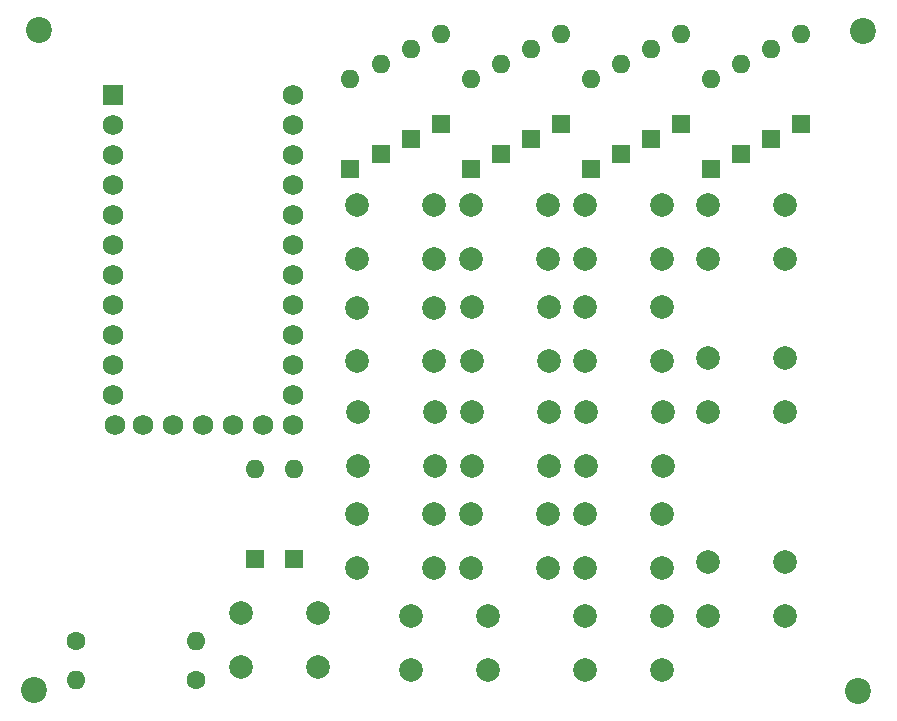
<source format=gbr>
%TF.GenerationSoftware,KiCad,Pcbnew,(6.0.9)*%
%TF.CreationDate,2022-12-07T13:58:04+00:00*%
%TF.ProjectId,PocketPad,506f636b-6574-4506-9164-2e6b69636164,rev?*%
%TF.SameCoordinates,Original*%
%TF.FileFunction,Soldermask,Bot*%
%TF.FilePolarity,Negative*%
%FSLAX46Y46*%
G04 Gerber Fmt 4.6, Leading zero omitted, Abs format (unit mm)*
G04 Created by KiCad (PCBNEW (6.0.9)) date 2022-12-07 13:58:04*
%MOMM*%
%LPD*%
G01*
G04 APERTURE LIST*
%ADD10C,2.000000*%
%ADD11R,1.600000X1.600000*%
%ADD12O,1.600000X1.600000*%
%ADD13R,1.752600X1.752600*%
%ADD14C,1.752600*%
%ADD15C,2.200000*%
%ADD16C,1.600000*%
G04 APERTURE END LIST*
D10*
%TO.C,SW2*%
X70530000Y-34184000D03*
X77030000Y-34184000D03*
X70530000Y-38684000D03*
X77030000Y-38684000D03*
%TD*%
%TO.C,SW7*%
X80944000Y-47138000D03*
X87444000Y-47138000D03*
X80944000Y-51638000D03*
X87444000Y-51638000D03*
%TD*%
%TO.C,SW3*%
X80944000Y-34184000D03*
X87444000Y-34184000D03*
X80944000Y-38684000D03*
X87444000Y-38684000D03*
%TD*%
%TO.C,SW16*%
X41372000Y-68728000D03*
X47872000Y-68728000D03*
X41372000Y-73228000D03*
X47872000Y-73228000D03*
%TD*%
%TO.C,SW17*%
X55798000Y-68982000D03*
X62298000Y-68982000D03*
X55798000Y-73482000D03*
X62298000Y-73482000D03*
%TD*%
%TO.C,SW8*%
X51278000Y-51710000D03*
X57778000Y-51710000D03*
X51278000Y-56210000D03*
X57778000Y-56210000D03*
%TD*%
D11*
%TO.C,D16*%
X42590000Y-64116000D03*
D12*
X42590000Y-56496000D03*
%TD*%
D11*
%TO.C,D1*%
X60826000Y-31096000D03*
D12*
X60826000Y-23476000D03*
%TD*%
D11*
%TO.C,D5*%
X63366000Y-29826000D03*
D12*
X63366000Y-22206000D03*
%TD*%
D11*
%TO.C,D13*%
X68446000Y-27286000D03*
D12*
X68446000Y-19666000D03*
%TD*%
D10*
%TO.C,SW13*%
X60878000Y-60346000D03*
X67378000Y-60346000D03*
X60878000Y-64846000D03*
X67378000Y-64846000D03*
%TD*%
%TO.C,SW14*%
X70530000Y-60346000D03*
X77030000Y-60346000D03*
X70530000Y-64846000D03*
X77030000Y-64846000D03*
%TD*%
%TO.C,SW6*%
X70530000Y-42820000D03*
X77030000Y-42820000D03*
X70530000Y-47320000D03*
X77030000Y-47320000D03*
%TD*%
D11*
%TO.C,D4*%
X53206000Y-29826000D03*
D12*
X53206000Y-22206000D03*
%TD*%
D13*
%TO.C,MCU1*%
X30506000Y-24854750D03*
D14*
X30506000Y-27394750D03*
X30506000Y-29934750D03*
X30506000Y-32474750D03*
X30506000Y-35014750D03*
X30506000Y-37554750D03*
X30506000Y-40094750D03*
X30506000Y-42634750D03*
X30506000Y-45174750D03*
X30506000Y-47714750D03*
X30506000Y-50254750D03*
X30734600Y-52794750D03*
X45746000Y-52794750D03*
X45746000Y-50254750D03*
X45746000Y-47714750D03*
X45746000Y-45174750D03*
X45746000Y-42634750D03*
X45746000Y-40094750D03*
X45746000Y-37554750D03*
X45746000Y-35014750D03*
X45746000Y-32474750D03*
X45746000Y-29934750D03*
X45746000Y-27394750D03*
X45746000Y-24854750D03*
X33046000Y-52794750D03*
X35586000Y-52794750D03*
X38126000Y-52794750D03*
X40666000Y-52794750D03*
X43206000Y-52794750D03*
%TD*%
D11*
%TO.C,D15*%
X88818000Y-27274000D03*
D12*
X88818000Y-19654000D03*
%TD*%
D11*
%TO.C,D3*%
X81198000Y-31084000D03*
D12*
X81198000Y-23464000D03*
%TD*%
D11*
%TO.C,D12*%
X58286000Y-27286000D03*
D12*
X58286000Y-19666000D03*
%TD*%
D11*
%TO.C,D11*%
X86278000Y-28544000D03*
D12*
X86278000Y-20924000D03*
%TD*%
D11*
%TO.C,D10*%
X76066000Y-28556000D03*
D12*
X76066000Y-20936000D03*
%TD*%
D11*
%TO.C,D8*%
X55746000Y-28556000D03*
D12*
X55746000Y-20936000D03*
%TD*%
D10*
%TO.C,SW12*%
X51226000Y-60346000D03*
X57726000Y-60346000D03*
X51226000Y-64846000D03*
X57726000Y-64846000D03*
%TD*%
%TO.C,SW5*%
X60930000Y-42820000D03*
X67430000Y-42820000D03*
X60930000Y-47320000D03*
X67430000Y-47320000D03*
%TD*%
%TO.C,SW9*%
X60930000Y-51710000D03*
X67430000Y-51710000D03*
X60930000Y-56210000D03*
X67430000Y-56210000D03*
%TD*%
D11*
%TO.C,D14*%
X78658000Y-27274000D03*
D12*
X78658000Y-19654000D03*
%TD*%
D15*
%TO.C,REF\u002A\u002A*%
X23876000Y-75184000D03*
%TD*%
%TO.C,REF\u002A\u002A*%
X94006000Y-19400000D03*
%TD*%
D16*
%TO.C,PWR-R1*%
X27410000Y-71070000D03*
D12*
X37570000Y-71070000D03*
%TD*%
D10*
%TO.C,SW1*%
X60878000Y-34184000D03*
X67378000Y-34184000D03*
X60878000Y-38684000D03*
X67378000Y-38684000D03*
%TD*%
%TO.C,SW15*%
X70530000Y-68982000D03*
X77030000Y-68982000D03*
X70530000Y-73482000D03*
X77030000Y-73482000D03*
%TD*%
D11*
%TO.C,D7*%
X83738000Y-29814000D03*
D12*
X83738000Y-22194000D03*
%TD*%
D15*
%TO.C,REF\u002A\u002A*%
X24238000Y-19304000D03*
%TD*%
D11*
%TO.C,D6*%
X73526000Y-29826000D03*
D12*
X73526000Y-22206000D03*
%TD*%
D10*
%TO.C,SW0*%
X51226000Y-34184000D03*
X57726000Y-34184000D03*
X51226000Y-38684000D03*
X57726000Y-38684000D03*
%TD*%
D15*
%TO.C,REF\u002A\u002A*%
X93644000Y-75280000D03*
%TD*%
D10*
%TO.C,SW10*%
X70582000Y-51710000D03*
X77082000Y-51710000D03*
X70582000Y-56210000D03*
X77082000Y-56210000D03*
%TD*%
D11*
%TO.C,D2*%
X70986000Y-31096000D03*
D12*
X70986000Y-23476000D03*
%TD*%
D11*
%TO.C,D9*%
X65906000Y-28556000D03*
D12*
X65906000Y-20936000D03*
%TD*%
D11*
%TO.C,D0*%
X50638000Y-31096000D03*
D12*
X50638000Y-23476000D03*
%TD*%
D10*
%TO.C,SW4*%
X51226000Y-42860000D03*
X57726000Y-42860000D03*
X51226000Y-47360000D03*
X57726000Y-47360000D03*
%TD*%
D16*
%TO.C,ACT-R1*%
X37550000Y-74330000D03*
D12*
X27390000Y-74330000D03*
%TD*%
D11*
%TO.C,D17*%
X45892000Y-64116000D03*
D12*
X45892000Y-56496000D03*
%TD*%
D10*
%TO.C,SW11*%
X80944000Y-64410000D03*
X87444000Y-64410000D03*
X80944000Y-68910000D03*
X87444000Y-68910000D03*
%TD*%
M02*

</source>
